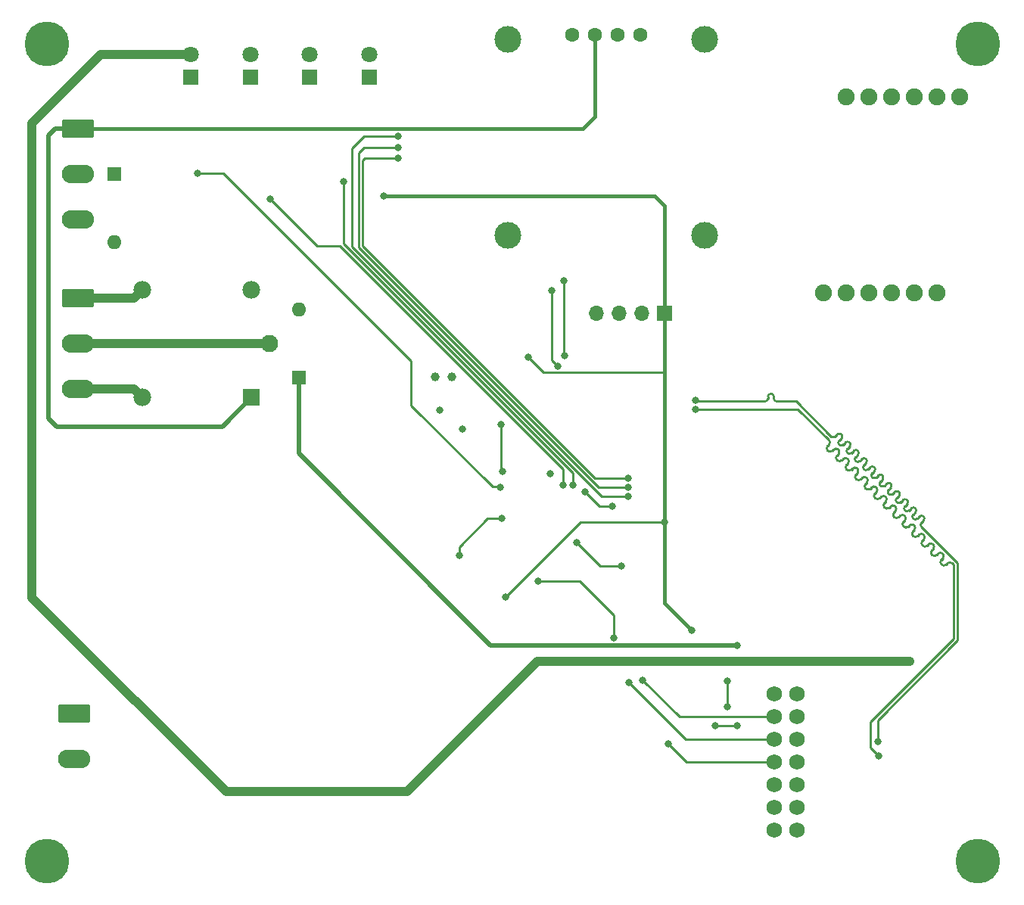
<source format=gbr>
%TF.GenerationSoftware,KiCad,Pcbnew,7.0.6*%
%TF.CreationDate,2023-08-10T11:03:40+03:00*%
%TF.ProjectId,2023-staj-projesi,32303233-2d73-4746-916a-2d70726f6a65,1.0*%
%TF.SameCoordinates,Original*%
%TF.FileFunction,Copper,L2,Bot*%
%TF.FilePolarity,Positive*%
%FSLAX46Y46*%
G04 Gerber Fmt 4.6, Leading zero omitted, Abs format (unit mm)*
G04 Created by KiCad (PCBNEW 7.0.6) date 2023-08-10 11:03:40*
%MOMM*%
%LPD*%
G01*
G04 APERTURE LIST*
G04 Aperture macros list*
%AMRoundRect*
0 Rectangle with rounded corners*
0 $1 Rounding radius*
0 $2 $3 $4 $5 $6 $7 $8 $9 X,Y pos of 4 corners*
0 Add a 4 corners polygon primitive as box body*
4,1,4,$2,$3,$4,$5,$6,$7,$8,$9,$2,$3,0*
0 Add four circle primitives for the rounded corners*
1,1,$1+$1,$2,$3*
1,1,$1+$1,$4,$5*
1,1,$1+$1,$6,$7*
1,1,$1+$1,$8,$9*
0 Add four rect primitives between the rounded corners*
20,1,$1+$1,$2,$3,$4,$5,0*
20,1,$1+$1,$4,$5,$6,$7,0*
20,1,$1+$1,$6,$7,$8,$9,0*
20,1,$1+$1,$8,$9,$2,$3,0*%
G04 Aperture macros list end*
%TA.AperFunction,ComponentPad*%
%ADD10R,1.700000X1.700000*%
%TD*%
%TA.AperFunction,ComponentPad*%
%ADD11O,1.700000X1.700000*%
%TD*%
%TA.AperFunction,ComponentPad*%
%ADD12R,1.800000X1.800000*%
%TD*%
%TA.AperFunction,ComponentPad*%
%ADD13C,1.800000*%
%TD*%
%TA.AperFunction,ComponentPad*%
%ADD14C,5.000000*%
%TD*%
%TA.AperFunction,ComponentPad*%
%ADD15R,1.600000X1.600000*%
%TD*%
%TA.AperFunction,ComponentPad*%
%ADD16O,1.600000X1.600000*%
%TD*%
%TA.AperFunction,ComponentPad*%
%ADD17C,1.752600*%
%TD*%
%TA.AperFunction,ComponentPad*%
%ADD18R,1.980000X1.980000*%
%TD*%
%TA.AperFunction,ComponentPad*%
%ADD19C,1.980000*%
%TD*%
%TA.AperFunction,ComponentPad*%
%ADD20C,1.935000*%
%TD*%
%TA.AperFunction,ComponentPad*%
%ADD21C,1.900000*%
%TD*%
%TA.AperFunction,ComponentPad*%
%ADD22RoundRect,0.249999X-1.550001X0.790001X-1.550001X-0.790001X1.550001X-0.790001X1.550001X0.790001X0*%
%TD*%
%TA.AperFunction,ComponentPad*%
%ADD23O,3.600000X2.080000*%
%TD*%
%TA.AperFunction,WasherPad*%
%ADD24C,3.000000*%
%TD*%
%TA.AperFunction,ComponentPad*%
%ADD25C,1.600000*%
%TD*%
%TA.AperFunction,ComponentPad*%
%ADD26C,1.000000*%
%TD*%
%TA.AperFunction,ViaPad*%
%ADD27C,0.800000*%
%TD*%
%TA.AperFunction,Conductor*%
%ADD28C,0.250000*%
%TD*%
%TA.AperFunction,Conductor*%
%ADD29C,0.500000*%
%TD*%
%TA.AperFunction,Conductor*%
%ADD30C,0.400000*%
%TD*%
%TA.AperFunction,Conductor*%
%ADD31C,1.000000*%
%TD*%
G04 APERTURE END LIST*
D10*
%TO.P,J4,1,Pin_1*%
%TO.N,+3V3*%
X136400000Y-74600000D03*
D11*
%TO.P,J4,2,Pin_2*%
%TO.N,GND*%
X133860000Y-74600000D03*
%TO.P,J4,3,Pin_3*%
%TO.N,/MCU/SWDIO*%
X131320000Y-74600000D03*
%TO.P,J4,4,Pin_4*%
%TO.N,/MCU/SWCLK*%
X128780000Y-74600000D03*
%TD*%
D12*
%TO.P,D3,1,K*%
%TO.N,Net-(D3-K)*%
X83400000Y-48200000D03*
D13*
%TO.P,D3,2,A*%
%TO.N,/Power/+12V*%
X83400000Y-45660000D03*
%TD*%
D14*
%TO.P,H3,1*%
%TO.N,N/C*%
X171450000Y-135890000D03*
%TD*%
%TO.P,H2,1*%
%TO.N,N/C*%
X67310000Y-135890000D03*
%TD*%
D12*
%TO.P,D8,1,K*%
%TO.N,Net-(D8-K)*%
X96733332Y-48200000D03*
D13*
%TO.P,D8,2,A*%
%TO.N,/MCU/LED_DEACT*%
X96733332Y-45660000D03*
%TD*%
D14*
%TO.P,H4,1*%
%TO.N,N/C*%
X171450000Y-44450000D03*
%TD*%
D15*
%TO.P,D11,1,K*%
%TO.N,+5V*%
X95500000Y-81810000D03*
D16*
%TO.P,D11,2,A*%
%TO.N,Net-(D11-A)*%
X95500000Y-74190000D03*
%TD*%
D17*
%TO.P,J6,1,Pin_1*%
%TO.N,+3V3*%
X148700000Y-117200000D03*
%TO.P,J6,2,Pin_2*%
%TO.N,+5V*%
X151240000Y-117200000D03*
%TO.P,J6,3,Pin_3*%
%TO.N,/MCU/PA1*%
X148700000Y-119740000D03*
%TO.P,J6,4,Pin_4*%
%TO.N,/MCU/SPI1_SCK*%
X151240000Y-119740000D03*
%TO.P,J6,5,Pin_5*%
%TO.N,/MCU/USART2_TX*%
X148700000Y-122280000D03*
%TO.P,J6,6,Pin_6*%
%TO.N,/MCU/SPI1_MISO*%
X151240000Y-122280000D03*
%TO.P,J6,7,Pin_7*%
%TO.N,/MCU/USART2_RX*%
X148700000Y-124820000D03*
%TO.P,J6,8,Pin_8*%
%TO.N,/MCU/SPI1_MOSI*%
X151240000Y-124820000D03*
%TO.P,J6,9,Pin_9*%
%TO.N,GND*%
X148700000Y-127360000D03*
%TO.P,J6,10,Pin_10*%
%TO.N,/MCU/I2C2_SDA*%
X151240000Y-127360000D03*
%TO.P,J6,11,Pin_11*%
%TO.N,/MCU/PA4*%
X148700000Y-129900000D03*
%TO.P,J6,12,Pin_12*%
%TO.N,/MCU/I2C2_SCL*%
X151240000Y-129900000D03*
%TO.P,J6,13,Pin_13*%
%TO.N,GND*%
X148700000Y-132440000D03*
%TO.P,J6,14,Pin_14*%
X151240000Y-132440000D03*
%TD*%
D12*
%TO.P,D7,1,K*%
%TO.N,Net-(D7-K)*%
X90066666Y-48200000D03*
D13*
%TO.P,D7,2,A*%
%TO.N,/MCU/LED_ACT*%
X90066666Y-45660000D03*
%TD*%
D18*
%TO.P,K1,A1*%
%TO.N,+5V*%
X90200000Y-84000000D03*
D19*
%TO.P,K1,A2*%
%TO.N,Net-(D11-A)*%
X90200000Y-72000000D03*
D20*
%TO.P,K1,COM*%
%TO.N,/RELAY/RLIN*%
X92200000Y-78000000D03*
D19*
%TO.P,K1,NC*%
%TO.N,/RELAY/RLNC*%
X78000000Y-84000000D03*
%TO.P,K1,NO*%
%TO.N,/RELAY/RLNO*%
X78000000Y-72000000D03*
%TD*%
D21*
%TO.P,U5,1,NET*%
%TO.N,unconnected-(U5-NET-Pad1)*%
X169400000Y-50400000D03*
%TO.P,U5,2,VCC*%
%TO.N,+3V8*%
X166860000Y-50400000D03*
%TO.P,U5,3,RST*%
%TO.N,unconnected-(U5-RST-Pad3)*%
X164320000Y-50400000D03*
%TO.P,U5,4,RXD*%
%TO.N,/GSM/RXD*%
X161780000Y-50400000D03*
%TO.P,U5,5,TXD*%
%TO.N,/GSM/TXD*%
X159240000Y-50400000D03*
%TO.P,U5,6,GND*%
%TO.N,GND*%
X156700000Y-50400000D03*
%TO.P,U5,7,SPK-*%
%TO.N,unconnected-(U5-SPK--Pad7)*%
X154160000Y-72270000D03*
%TO.P,U5,8,SPK+*%
%TO.N,unconnected-(U5-SPK+-Pad8)*%
X156700000Y-72270000D03*
%TO.P,U5,9,MIC-*%
%TO.N,unconnected-(U5-MIC--Pad9)*%
X159240000Y-72270000D03*
%TO.P,U5,10,MIC+*%
%TO.N,unconnected-(U5-MIC+-Pad10)*%
X161780000Y-72270000D03*
%TO.P,U5,11,DTR*%
%TO.N,unconnected-(U5-DTR-Pad11)*%
X164320000Y-72270000D03*
%TO.P,U5,12,RING*%
%TO.N,unconnected-(U5-RING-Pad12)*%
X166860000Y-72270000D03*
%TD*%
D15*
%TO.P,D10,1,K*%
%TO.N,/ADC/SENSOR*%
X74880000Y-59000000D03*
D16*
%TO.P,D10,2,A*%
%TO.N,GND*%
X74880000Y-66620000D03*
%TD*%
D12*
%TO.P,D9,1,K*%
%TO.N,Net-(D9-K)*%
X103400000Y-48200000D03*
D13*
%TO.P,D9,2,A*%
%TO.N,/MCU/LED_ERR*%
X103400000Y-45660000D03*
%TD*%
D22*
%TO.P,J2,1,Pin_1*%
%TO.N,+5V*%
X70777500Y-53920000D03*
D23*
%TO.P,J2,2,Pin_2*%
%TO.N,/ADC/SENSOR*%
X70777500Y-59000000D03*
%TO.P,J2,3,Pin_3*%
%TO.N,GND*%
X70777500Y-64080000D03*
%TD*%
D24*
%TO.P,Brd1,*%
%TO.N,*%
X118895000Y-43905000D03*
X118895000Y-65905000D03*
X140895000Y-43905000D03*
X140895000Y-65905000D03*
D25*
%TO.P,Brd1,1,GND*%
%TO.N,GND*%
X126085000Y-43405000D03*
%TO.P,Brd1,2,VCC*%
%TO.N,+5V*%
X128625000Y-43405000D03*
%TO.P,Brd1,3,SCL*%
%TO.N,/LCD/SCL*%
X131165000Y-43405000D03*
%TO.P,Brd1,4,SDA*%
%TO.N,/LCD/SDA*%
X133705000Y-43405000D03*
%TD*%
D26*
%TO.P,Y1,1,1*%
%TO.N,/MCU/RCC_OSC32_OUT*%
X110750000Y-81700000D03*
%TO.P,Y1,2,2*%
%TO.N,/MCU/RCC_OSC32_IN*%
X112650000Y-81700000D03*
%TD*%
D22*
%TO.P,J3,1,Pin_1*%
%TO.N,/RELAY/RLNO*%
X70777500Y-72920000D03*
D23*
%TO.P,J3,2,Pin_2*%
%TO.N,/RELAY/RLIN*%
X70777500Y-78000000D03*
%TO.P,J3,3,Pin_3*%
%TO.N,/RELAY/RLNC*%
X70777500Y-83080000D03*
%TD*%
D14*
%TO.P,H1,1*%
%TO.N,N/C*%
X67310000Y-44450000D03*
%TD*%
D22*
%TO.P,J1,1,Pin_1*%
%TO.N,GND*%
X70358000Y-119380000D03*
D23*
%TO.P,J1,2,Pin_2*%
%TO.N,/Power/VCC*%
X70358000Y-124460000D03*
%TD*%
D27*
%TO.N,GND*%
X127490000Y-94540000D03*
X123600000Y-92560000D03*
X113470000Y-101680000D03*
X113830000Y-87560000D03*
X130580000Y-96220000D03*
X111310000Y-85400000D03*
X118200000Y-97560000D03*
X144510000Y-120750000D03*
X142050000Y-120750000D03*
%TO.N,+5V*%
X144550000Y-111740000D03*
%TO.N,/LCD/SCL*%
X125170000Y-70950000D03*
X125210000Y-79310000D03*
%TO.N,/LCD/SDA*%
X123820000Y-72010000D03*
X124440000Y-80480000D03*
%TO.N,/Power/+12V*%
X163830000Y-113530000D03*
X107620000Y-128120000D03*
X163830000Y-113530000D03*
X107620000Y-128120000D03*
%TO.N,+3V3*%
X121170000Y-79540000D03*
X139480000Y-110060000D03*
X139480000Y-110060000D03*
X105000000Y-61450000D03*
X118660000Y-106310000D03*
X136400000Y-97940000D03*
X105000000Y-61450000D03*
%TO.N,/MCU/NRST*%
X118310000Y-92274500D03*
X118130000Y-87060000D03*
%TO.N,/MCU/BTN_ACT*%
X92320000Y-61840000D03*
X125060000Y-93790000D03*
%TO.N,/MCU/BTN_DEACT*%
X126140000Y-93790000D03*
X100500000Y-59890000D03*
%TO.N,/MCU/LED_ACT*%
X106640000Y-57240000D03*
X132350747Y-93050555D03*
%TO.N,/MCU/LED_DEACT*%
X106640000Y-56060000D03*
X132340000Y-94050000D03*
%TO.N,/MCU/LED_ERR*%
X106640000Y-54820000D03*
X132317545Y-95049250D03*
%TO.N,/MCU/USB_D-*%
X139890000Y-85310000D03*
X160380000Y-124110000D03*
%TO.N,/MCU/USB_D+*%
X160270000Y-122500000D03*
X139890000Y-84310497D03*
%TO.N,/ADC/ADC*%
X118070000Y-94080000D03*
X84150000Y-58910000D03*
%TO.N,/MCU/PA1*%
X133980000Y-115650000D03*
%TO.N,/MCU/USART2_TX*%
X130726558Y-110890500D03*
X132420000Y-115930000D03*
X122320000Y-104595500D03*
%TO.N,/MCU/USART2_RX*%
X136820000Y-122770000D03*
%TO.N,/MCU/PA4*%
X143420000Y-118590000D03*
X143460000Y-115720000D03*
%TO.N,/MCU/I2C2_SCL*%
X131570000Y-102840000D03*
X126625500Y-100220000D03*
%TD*%
D28*
%TO.N,GND*%
X116630000Y-97560000D02*
X118200000Y-97560000D01*
X113470000Y-100720000D02*
X116630000Y-97560000D01*
X127490000Y-94540000D02*
X129170000Y-96220000D01*
X129170000Y-96220000D02*
X130580000Y-96220000D01*
X142050000Y-120750000D02*
X144510000Y-120750000D01*
X113470000Y-101680000D02*
X113470000Y-100720000D01*
D29*
%TO.N,+5V*%
X116950000Y-111740000D02*
X144550000Y-111740000D01*
X86950000Y-87250000D02*
X68450000Y-87250000D01*
X95500000Y-90290000D02*
X115030000Y-109820000D01*
D30*
X127300000Y-53920000D02*
X70777500Y-53920000D01*
D29*
X95500000Y-81810000D02*
X95500000Y-90290000D01*
D30*
X128625000Y-43405000D02*
X128625000Y-52595000D01*
D29*
X67520000Y-54690000D02*
X68290000Y-53920000D01*
X67520000Y-86320000D02*
X67520000Y-54690000D01*
X68450000Y-87250000D02*
X67520000Y-86320000D01*
D30*
X127300000Y-53920000D02*
X70777500Y-53920000D01*
D29*
X68290000Y-53920000D02*
X70777500Y-53920000D01*
D30*
X128625000Y-52595000D02*
X127300000Y-53920000D01*
X128625000Y-52595000D02*
X127300000Y-53920000D01*
X128625000Y-43405000D02*
X128625000Y-52595000D01*
D29*
X115030000Y-109820000D02*
X116950000Y-111740000D01*
X90200000Y-84000000D02*
X86950000Y-87250000D01*
D28*
%TO.N,/LCD/SCL*%
X125170000Y-70950000D02*
X125170000Y-79270000D01*
X125170000Y-79270000D02*
X125210000Y-79310000D01*
%TO.N,/LCD/SDA*%
X123820000Y-72010000D02*
X123820000Y-79860000D01*
X123820000Y-79860000D02*
X124440000Y-80480000D01*
D31*
%TO.N,/Power/+12V*%
X107620000Y-128120000D02*
X87400000Y-128120000D01*
X73340000Y-45660000D02*
X83400000Y-45660000D01*
X65620000Y-106430000D02*
X65620000Y-53380000D01*
X87400000Y-128120000D02*
X77220000Y-117940000D01*
X65620000Y-53380000D02*
X73340000Y-45660000D01*
X77220000Y-117940000D02*
X77130000Y-117940000D01*
X77130000Y-117940000D02*
X65620000Y-106430000D01*
X122210000Y-113530000D02*
X163830000Y-113530000D01*
X107620000Y-128120000D02*
X122210000Y-113530000D01*
X122210000Y-113530000D02*
X163830000Y-113530000D01*
X107620000Y-128120000D02*
X122210000Y-113530000D01*
D28*
%TO.N,+3V3*%
X121170000Y-79540000D02*
X122835000Y-81205000D01*
X127030000Y-97940000D02*
X136400000Y-97940000D01*
D30*
X105010000Y-61460000D02*
X105000000Y-61450000D01*
X136400000Y-97940000D02*
X136400000Y-74600000D01*
X136400000Y-62540000D02*
X135320000Y-61460000D01*
X139480000Y-110060000D02*
X136400000Y-106980000D01*
X135320000Y-61460000D02*
X105010000Y-61460000D01*
X136400000Y-106980000D02*
X136400000Y-74600000D01*
X136400000Y-62540000D02*
X135320000Y-61460000D01*
X136400000Y-106980000D02*
X136400000Y-97940000D01*
D28*
X122835000Y-81205000D02*
X136400000Y-81205000D01*
D30*
X136400000Y-74600000D02*
X136400000Y-62540000D01*
D28*
X136400000Y-81205000D02*
X136400000Y-74600000D01*
D30*
X136400000Y-74600000D02*
X136400000Y-62540000D01*
X105010000Y-61460000D02*
X105000000Y-61450000D01*
X135320000Y-61460000D02*
X105010000Y-61460000D01*
D28*
X118660000Y-106310000D02*
X127030000Y-97940000D01*
D30*
X139480000Y-110060000D02*
X136400000Y-106980000D01*
D28*
%TO.N,/MCU/NRST*%
X118130000Y-92094500D02*
X118310000Y-92274500D01*
X118130000Y-87060000D02*
X118130000Y-92094500D01*
%TO.N,/MCU/BTN_ACT*%
X97550000Y-67070000D02*
X100123604Y-67070000D01*
X100123604Y-67070000D02*
X125060000Y-92006396D01*
X92320000Y-61840000D02*
X97550000Y-67070000D01*
X125060000Y-92006396D02*
X125060000Y-93790000D01*
%TO.N,/MCU/BTN_DEACT*%
X126140000Y-92450000D02*
X126140000Y-93790000D01*
X100500000Y-59890000D02*
X100500000Y-66810000D01*
X100500000Y-66810000D02*
X126140000Y-92450000D01*
%TO.N,/MCU/LED_ACT*%
X102654500Y-57514500D02*
X102654500Y-67055312D01*
X102654500Y-67055312D02*
X128649743Y-93050555D01*
X102929000Y-57240000D02*
X102654500Y-57514500D01*
X128649743Y-93050555D02*
X132350747Y-93050555D01*
X106640000Y-57240000D02*
X102929000Y-57240000D01*
%TO.N,/MCU/LED_DEACT*%
X102800000Y-56060000D02*
X102204500Y-56655500D01*
X106640000Y-56060000D02*
X102800000Y-56060000D01*
X102204500Y-56655500D02*
X102204500Y-67241708D01*
X129012792Y-94050000D02*
X132340000Y-94050000D01*
X102204500Y-67241708D02*
X129012792Y-94050000D01*
%TO.N,/MCU/LED_ERR*%
X102800000Y-54820000D02*
X101480000Y-56140000D01*
X101480000Y-56140000D02*
X101480000Y-67153604D01*
X129375646Y-95049250D02*
X132317545Y-95049250D01*
X101480000Y-67153604D02*
X129375646Y-95049250D01*
X106640000Y-54820000D02*
X102800000Y-54820000D01*
D31*
%TO.N,/RELAY/RLNO*%
X70777500Y-72920000D02*
X77080000Y-72920000D01*
X77080000Y-72920000D02*
X78000000Y-72000000D01*
%TO.N,/RELAY/RLIN*%
X70777500Y-78000000D02*
X92200000Y-78000000D01*
%TO.N,/RELAY/RLNC*%
X77080000Y-83080000D02*
X78000000Y-84000000D01*
X70777500Y-83080000D02*
X77080000Y-83080000D01*
D28*
%TO.N,/MCU/USB_D-*%
X155867461Y-90364189D02*
X155867462Y-90364188D01*
X154806801Y-89303529D02*
X154806802Y-89303528D01*
X151343604Y-85310000D02*
X154806802Y-88773198D01*
X166474062Y-100970788D02*
X166332165Y-101112684D01*
X163680563Y-98460986D02*
X163680562Y-98460987D01*
X166862496Y-101643013D02*
X166862495Y-101643014D01*
X160110102Y-94606828D02*
X159968235Y-94748694D01*
X157988782Y-92485508D02*
X157846932Y-92627357D01*
X165801865Y-100582324D02*
X165943731Y-100440457D01*
X156928122Y-91424848D02*
X156786255Y-91566714D01*
X156928121Y-91424849D02*
X156928122Y-91424848D01*
X156928121Y-90894517D02*
X156928122Y-90894518D01*
X163292081Y-97258477D02*
X163292082Y-97258478D01*
X167534721Y-102031449D02*
X167534722Y-102031448D01*
X161559195Y-96339714D02*
X161701091Y-96197817D01*
X164741254Y-99521615D02*
X164741253Y-99521616D01*
X162619886Y-97400343D02*
X162619885Y-97400344D01*
X158377263Y-93157686D02*
X158377262Y-93157687D01*
X162231422Y-96728148D02*
X162089555Y-96870014D01*
X164741253Y-99521616D02*
X164883071Y-99379797D01*
X164352741Y-98319137D02*
X164352742Y-98319138D01*
X159437953Y-94218316D02*
X159579771Y-94076497D01*
X157316586Y-92097043D02*
X157316585Y-92097044D01*
X163292081Y-97788809D02*
X163292082Y-97788808D01*
X162619885Y-97400344D02*
X162761751Y-97258477D01*
X155195274Y-89975715D02*
X155337131Y-89833857D01*
X165413401Y-99910129D02*
X165413402Y-99910128D01*
X160110101Y-94076497D02*
X160110102Y-94076498D01*
X167534722Y-102031448D02*
X167392855Y-102173314D01*
X167534721Y-101501117D02*
X167534722Y-101501118D01*
X156255895Y-91036414D02*
X156397791Y-90894517D01*
X157316585Y-92097044D02*
X157458451Y-91955177D01*
X159049441Y-93015837D02*
X159049442Y-93015838D01*
X168595382Y-102561778D02*
X168760000Y-102726396D01*
X161170762Y-95667488D02*
X161028865Y-95809384D01*
X165413402Y-99910128D02*
X165271535Y-100051994D01*
X165801866Y-100582323D02*
X165801865Y-100582324D01*
X161559196Y-96339713D02*
X161559195Y-96339714D01*
X165413401Y-99379797D02*
X165413402Y-99379798D01*
X160498565Y-95279024D02*
X160640431Y-95137157D01*
X158377262Y-93157687D02*
X158519111Y-93015837D01*
X155867462Y-90364188D02*
X155725565Y-90506084D01*
X164352742Y-98849468D02*
X164210923Y-98991286D01*
X156255896Y-91036413D02*
X156255895Y-91036414D01*
X159437954Y-94218315D02*
X159437953Y-94218316D01*
X161170761Y-95667489D02*
X161170762Y-95667488D01*
X159049442Y-93546168D02*
X158907623Y-93687986D01*
X163292082Y-97788808D02*
X163150232Y-97930657D01*
X160498566Y-95279023D02*
X160498565Y-95279024D01*
X154806802Y-89303528D02*
X154664944Y-89445385D01*
X155867461Y-89833857D02*
X155867462Y-89833858D01*
X139890000Y-85310000D02*
X151343604Y-85310000D01*
X161170761Y-95137157D02*
X161170762Y-95137158D01*
X167923185Y-102703644D02*
X168065051Y-102561777D01*
X157988781Y-92485509D02*
X157988782Y-92485508D01*
X159440000Y-123170000D02*
X160380000Y-124110000D01*
X166474061Y-100970789D02*
X166474062Y-100970788D01*
X155195275Y-89975714D02*
X155195274Y-89975715D01*
X168760000Y-111023604D02*
X159440000Y-120343604D01*
X164352741Y-98849469D02*
X164352742Y-98849468D01*
X159440000Y-120343604D02*
X159440000Y-123170000D01*
X162231421Y-96728149D02*
X162231422Y-96728148D01*
X160110101Y-94606829D02*
X160110102Y-94606828D01*
X166474061Y-100440457D02*
X166474062Y-100440458D01*
X166862495Y-101643014D02*
X167004391Y-101501117D01*
X162231421Y-96197817D02*
X162231422Y-96197818D01*
X168760000Y-102726396D02*
X168760000Y-111023604D01*
X168595381Y-102561777D02*
X168595382Y-102561778D01*
X159049441Y-93546169D02*
X159049442Y-93546168D01*
X157988781Y-91955177D02*
X157988782Y-91955178D01*
X167923186Y-102703643D02*
X167923185Y-102703644D01*
X163680562Y-98460987D02*
X163822411Y-98319137D01*
X163292080Y-97258478D02*
G75*
G03*
X162761752Y-97258478I-265164J-265164D01*
G01*
X163150210Y-97930635D02*
G75*
G03*
X163150232Y-98460987I265190J-265165D01*
G01*
X158907673Y-93688036D02*
G75*
G03*
X158907624Y-94218315I265127J-265164D01*
G01*
X155867460Y-89833858D02*
G75*
G03*
X155337132Y-89833858I-265164J-265164D01*
G01*
X157846910Y-92627335D02*
G75*
G03*
X157846932Y-93157687I265190J-265165D01*
G01*
X167534738Y-102031466D02*
G75*
G03*
X167534722Y-101501118I-265138J265166D01*
G01*
X162231420Y-96197818D02*
G75*
G03*
X161701092Y-96197818I-265164J-265164D01*
G01*
X166474060Y-100440458D02*
G75*
G03*
X165943732Y-100440458I-265164J-265164D01*
G01*
X165271577Y-100052036D02*
G75*
G03*
X165271536Y-100582323I265123J-265164D01*
G01*
X156786235Y-92097064D02*
G75*
G03*
X157316586Y-92097043I265165J265164D01*
G01*
X165413438Y-99910166D02*
G75*
G03*
X165413402Y-99379798I-265238J265166D01*
G01*
X165271536Y-100582323D02*
G75*
G03*
X165801865Y-100582322I265164J265123D01*
G01*
X162231438Y-96728166D02*
G75*
G03*
X162231422Y-96197818I-265138J265166D01*
G01*
X161028816Y-95809335D02*
G75*
G03*
X161028865Y-96339714I265184J-265165D01*
G01*
X159049440Y-93015838D02*
G75*
G03*
X158519112Y-93015838I-265164J-265164D01*
G01*
X158907636Y-94218303D02*
G75*
G03*
X159437953Y-94218314I265164J265103D01*
G01*
X161170738Y-95667466D02*
G75*
G03*
X161170762Y-95137158I-265138J265166D01*
G01*
X160110100Y-94076498D02*
G75*
G03*
X159579772Y-94076498I-265164J-265164D01*
G01*
X159968236Y-95279023D02*
G75*
G03*
X160498565Y-95279022I265164J265123D01*
G01*
X163292038Y-97788766D02*
G75*
G03*
X163292082Y-97258478I-265138J265166D01*
G01*
X164352738Y-98849466D02*
G75*
G03*
X164352742Y-98319138I-265138J265166D01*
G01*
X160110138Y-94606866D02*
G75*
G03*
X160110102Y-94076498I-265238J265166D01*
G01*
X155867438Y-90364166D02*
G75*
G03*
X155867462Y-89833858I-265138J265166D01*
G01*
X156928138Y-91424866D02*
G75*
G03*
X156928122Y-90894518I-265138J265166D01*
G01*
X159968277Y-94748736D02*
G75*
G03*
X159968236Y-95279023I265123J-265164D01*
G01*
X168595380Y-102561778D02*
G75*
G03*
X168065052Y-102561778I-265164J-265164D01*
G01*
X166332136Y-101643043D02*
G75*
G03*
X166862495Y-101643012I265164J265243D01*
G01*
X167392877Y-102173336D02*
G75*
G03*
X167392856Y-102703643I265123J-265164D01*
G01*
X156786277Y-91566736D02*
G75*
G03*
X156786256Y-92097043I265123J-265164D01*
G01*
X161170760Y-95137158D02*
G75*
G03*
X160640432Y-95137158I-265164J-265164D01*
G01*
X164210973Y-98991336D02*
G75*
G03*
X164210924Y-99521615I265127J-265164D01*
G01*
X157988780Y-91955178D02*
G75*
G03*
X157458452Y-91955178I-265164J-265164D01*
G01*
X164352740Y-98319138D02*
G75*
G03*
X163822412Y-98319138I-265164J-265164D01*
G01*
X163150235Y-98460984D02*
G75*
G03*
X163680563Y-98460986I265165J265184D01*
G01*
X156928120Y-90894518D02*
G75*
G03*
X156397792Y-90894518I-265164J-265164D01*
G01*
X165413400Y-99379798D02*
G75*
G03*
X164883072Y-99379798I-265164J-265164D01*
G01*
X154806838Y-89303566D02*
G75*
G03*
X154806802Y-88773198I-265238J265166D01*
G01*
X155725516Y-90506035D02*
G75*
G03*
X155725565Y-91036414I265184J-265165D01*
G01*
X155725536Y-91036443D02*
G75*
G03*
X156255895Y-91036412I265164J265243D01*
G01*
X157988738Y-92485466D02*
G75*
G03*
X157988782Y-91955178I-265138J265166D01*
G01*
X154664994Y-89445435D02*
G75*
G03*
X154664944Y-89975715I265106J-265165D01*
G01*
X161028836Y-96339743D02*
G75*
G03*
X161559195Y-96339712I265164J265243D01*
G01*
X157846935Y-93157684D02*
G75*
G03*
X158377263Y-93157686I265165J265184D01*
G01*
X167392835Y-102703664D02*
G75*
G03*
X167923186Y-102703643I265165J265164D01*
G01*
X162089535Y-97400364D02*
G75*
G03*
X162619886Y-97400343I265165J265164D01*
G01*
X154664936Y-89975723D02*
G75*
G03*
X155195274Y-89975713I265164J265123D01*
G01*
X164210936Y-99521603D02*
G75*
G03*
X164741253Y-99521614I265164J265103D01*
G01*
X166332116Y-101112635D02*
G75*
G03*
X166332165Y-101643014I265184J-265165D01*
G01*
X167534720Y-101501118D02*
G75*
G03*
X167004392Y-101501118I-265164J-265164D01*
G01*
X166474038Y-100970766D02*
G75*
G03*
X166474062Y-100440458I-265138J265166D01*
G01*
X162089577Y-96870036D02*
G75*
G03*
X162089556Y-97400343I265123J-265164D01*
G01*
X159049438Y-93546166D02*
G75*
G03*
X159049442Y-93015838I-265138J265166D01*
G01*
%TO.N,/MCU/USB_D+*%
X139890000Y-84310497D02*
X140029503Y-84450000D01*
X164696999Y-97567379D02*
X164697000Y-97567381D01*
X165156619Y-98486618D02*
X165110000Y-98440000D01*
X165397626Y-97326372D02*
X165397627Y-97326372D01*
X147995000Y-84125000D02*
X147995000Y-83907982D01*
X161720693Y-93649399D02*
X161720694Y-93649400D01*
X163559154Y-95947511D02*
X163559154Y-95947510D01*
X157124520Y-89512812D02*
X156883476Y-89753857D01*
X158262333Y-91132713D02*
X158262334Y-91132715D01*
X159882234Y-92270527D02*
X159882234Y-92270526D01*
X158262334Y-91132715D02*
X158503339Y-90891707D01*
X164237381Y-97567380D02*
X164237380Y-97567380D01*
X149378644Y-84450000D02*
X151120000Y-84450000D01*
X156883477Y-90213476D02*
X156883476Y-90213476D01*
X162858523Y-95728903D02*
X162858524Y-95728905D01*
X161720693Y-94109019D02*
X161720695Y-94109020D01*
X164478424Y-96407098D02*
X164478425Y-96407098D01*
X160270000Y-120150000D02*
X160270000Y-122500000D01*
X169210000Y-111210000D02*
X160270000Y-120150000D01*
X158962960Y-91351327D02*
X158721952Y-91592332D01*
X164697000Y-97567381D02*
X164938007Y-97326371D01*
X157802715Y-91132714D02*
X157802714Y-91132714D01*
X158043722Y-89972468D02*
X158043723Y-89972468D01*
X163559154Y-95947510D02*
X163318142Y-96188523D01*
X161020047Y-93890427D02*
X161020048Y-93890429D01*
X161939286Y-94809667D02*
X162180293Y-94568657D01*
X157343096Y-90213477D02*
X157584103Y-89972467D01*
X159882234Y-91810908D02*
X159882235Y-91810908D01*
X169210000Y-102540000D02*
X169210000Y-111210000D01*
X159641191Y-92971190D02*
X159641190Y-92971190D01*
X155504619Y-88374999D02*
X155504620Y-88375001D01*
X161939285Y-94809665D02*
X161939286Y-94809667D01*
X163777761Y-96648141D02*
X163777762Y-96648143D01*
X156205251Y-88133987D02*
X156205251Y-88133988D01*
X156205250Y-88593607D02*
X156205250Y-88593606D01*
X162398905Y-95728904D02*
X162398904Y-95728904D01*
X163559155Y-95487891D02*
X163559155Y-95487892D01*
X165110000Y-98440000D02*
X169210000Y-102540000D01*
X162639912Y-94568658D02*
X162639913Y-94568658D01*
X156205250Y-88593606D02*
X155964238Y-88834619D01*
X140029503Y-84450000D02*
X147670000Y-84450000D01*
X163318142Y-96648143D02*
X163318142Y-96648142D01*
X157124520Y-89512813D02*
X157124520Y-89512812D01*
X160100809Y-92971189D02*
X160100810Y-92971191D01*
X160100810Y-92971191D02*
X160341821Y-92730177D01*
X157124520Y-89053194D02*
X157124521Y-89053194D01*
X160801440Y-93189796D02*
X160560428Y-93430809D01*
X157343095Y-90213475D02*
X157343096Y-90213477D01*
X158962958Y-91351326D02*
X158962960Y-91351327D01*
X162639912Y-95028277D02*
X162639912Y-95028276D01*
X161479665Y-94809665D02*
X161479666Y-94809666D01*
X155504620Y-88375001D02*
X155745631Y-88133987D01*
X158721951Y-92051951D02*
X158721952Y-92051952D01*
X156423858Y-89294239D02*
X156664901Y-89053193D01*
X159882234Y-92270526D02*
X159641190Y-92511571D01*
X151120000Y-84450000D02*
X155045000Y-88375000D01*
X164478424Y-96866716D02*
X164237380Y-97107761D01*
X163777762Y-96648143D02*
X164018805Y-96407097D01*
X160801440Y-93189797D02*
X160801440Y-93189796D01*
X158043722Y-90432087D02*
X158043722Y-90432086D01*
X156423857Y-89294237D02*
X156423858Y-89294239D01*
X165301460Y-97882156D02*
X165156618Y-98026999D01*
X160560428Y-93890429D02*
X160560428Y-93890428D01*
X159181571Y-92051951D02*
X159181572Y-92051953D01*
X161020048Y-93890429D02*
X161261074Y-93649400D01*
X148970000Y-84450000D02*
X149378644Y-84450000D01*
X158962958Y-90891706D02*
X158962959Y-90891707D01*
X164478424Y-96866717D02*
X164478424Y-96866716D01*
X160801441Y-92730177D02*
X160801441Y-92730178D01*
X165397626Y-97785991D02*
X165301460Y-97882156D01*
X155964238Y-89294239D02*
X155964238Y-89294238D01*
X158043722Y-90432086D02*
X157802714Y-90673095D01*
X159181572Y-92051953D02*
X159422615Y-91810907D01*
X161720695Y-94109020D02*
X161479666Y-94350046D01*
X162858524Y-95728905D02*
X163099535Y-95487891D01*
X162639912Y-95028276D02*
X162398904Y-95269285D01*
X148645000Y-83907982D02*
X148645000Y-84125000D01*
X165397609Y-97326389D02*
G75*
G03*
X164938008Y-97326372I-229809J-229811D01*
G01*
X161479710Y-94350090D02*
G75*
G03*
X161479665Y-94809665I229790J-229810D01*
G01*
X164237410Y-97107791D02*
G75*
G03*
X164237381Y-97567380I229790J-229809D01*
G01*
X157802692Y-91132736D02*
G75*
G03*
X158262332Y-91132712I229808J229836D01*
G01*
X158962942Y-91351310D02*
G75*
G03*
X158962959Y-90891707I-229842J229810D01*
G01*
X158962908Y-90891756D02*
G75*
G03*
X158503340Y-90891708I-229808J-229744D01*
G01*
X165156610Y-98026991D02*
G75*
G03*
X165156619Y-98486618I229790J-229809D01*
G01*
X158043710Y-89972480D02*
G75*
G03*
X157584103Y-89972467I-229810J-229820D01*
G01*
X163559152Y-95947509D02*
G75*
G03*
X163559154Y-95487893I-229852J229809D01*
G01*
X163318109Y-96188491D02*
G75*
G03*
X163318142Y-96648143I229891J-229809D01*
G01*
X158721992Y-92051912D02*
G75*
G03*
X159181570Y-92051950I229808J229812D01*
G01*
X162398910Y-95269291D02*
G75*
G03*
X162398905Y-95728904I229790J-229809D01*
G01*
X156205251Y-88133987D02*
G75*
G03*
X155745631Y-88133987I-229810J-229811D01*
G01*
X147670000Y-84450000D02*
G75*
G03*
X147995000Y-84125000I0J325000D01*
G01*
X159882217Y-92270510D02*
G75*
G03*
X159882235Y-91810908I-229817J229810D01*
G01*
X161720684Y-94109010D02*
G75*
G03*
X161720694Y-93649400I-229784J229810D01*
G01*
X160560410Y-93430791D02*
G75*
G03*
X160560429Y-93890428I229790J-229809D01*
G01*
X164478417Y-96866710D02*
G75*
G03*
X164478425Y-96407098I-229817J229810D01*
G01*
X157124510Y-89053204D02*
G75*
G03*
X156664901Y-89053193I-229810J-229796D01*
G01*
X148645018Y-83907982D02*
G75*
G03*
X148320000Y-83582982I-325018J-18D01*
G01*
X162639910Y-94568660D02*
G75*
G03*
X162180293Y-94568657I-229810J-229840D01*
G01*
X156205252Y-88593609D02*
G75*
G03*
X156205250Y-88133989I-229852J229809D01*
G01*
X165397645Y-97786010D02*
G75*
G03*
X165397627Y-97326372I-229845J229810D01*
G01*
X159882209Y-91810933D02*
G75*
G03*
X159422616Y-91810908I-229809J-229767D01*
G01*
X160560391Y-93890465D02*
G75*
G03*
X161020047Y-93890427I229809J229865D01*
G01*
X157124517Y-89512810D02*
G75*
G03*
X157124521Y-89053194I-229817J229810D01*
G01*
X155964210Y-88834591D02*
G75*
G03*
X155964239Y-89294238I229790J-229809D01*
G01*
X162639945Y-95028310D02*
G75*
G03*
X162639913Y-94568658I-229845J229810D01*
G01*
X162398891Y-95728917D02*
G75*
G03*
X162858523Y-95728903I229809J229817D01*
G01*
X163318191Y-96648093D02*
G75*
G03*
X163777761Y-96648141I229809J229793D01*
G01*
X148320000Y-83583000D02*
G75*
G03*
X147995000Y-83907982I0J-325000D01*
G01*
X157802710Y-90673091D02*
G75*
G03*
X157802715Y-91132714I229790J-229809D01*
G01*
X158043745Y-90432110D02*
G75*
G03*
X158043723Y-89972468I-229845J229810D01*
G01*
X158721911Y-91592291D02*
G75*
G03*
X158721952Y-92051950I229889J-229809D01*
G01*
X164237392Y-97567368D02*
G75*
G03*
X164696998Y-97567378I229808J229768D01*
G01*
X160801452Y-93189809D02*
G75*
G03*
X160801440Y-92730179I-229852J229809D01*
G01*
X160801441Y-92730177D02*
G75*
G03*
X160341821Y-92730177I-229810J-229811D01*
G01*
X155964192Y-89294284D02*
G75*
G03*
X156423856Y-89294236I229808J229884D01*
G01*
X155044991Y-88375009D02*
G75*
G03*
X155504619Y-88374999I229809J229809D01*
G01*
X156883510Y-89753891D02*
G75*
G03*
X156883477Y-90213476I229790J-229809D01*
G01*
X159641192Y-92971188D02*
G75*
G03*
X160100808Y-92971188I229808J229788D01*
G01*
X163559155Y-95487891D02*
G75*
G03*
X163099535Y-95487891I-229810J-229811D01*
G01*
X161720709Y-93649383D02*
G75*
G03*
X161261074Y-93649400I-229809J-229817D01*
G01*
X164478409Y-96407113D02*
G75*
G03*
X164018806Y-96407098I-229809J-229787D01*
G01*
X156883491Y-90213461D02*
G75*
G03*
X157343095Y-90213475I229809J229761D01*
G01*
X148645000Y-84125000D02*
G75*
G03*
X148970000Y-84450000I325000J0D01*
G01*
X161479692Y-94809640D02*
G75*
G03*
X161939284Y-94809664I229808J229740D01*
G01*
X159641210Y-92511591D02*
G75*
G03*
X159641191Y-92971190I229790J-229809D01*
G01*
%TO.N,/ADC/ADC*%
X108055000Y-79945000D02*
X108055000Y-84915000D01*
X108055000Y-84915000D02*
X117160000Y-94020000D01*
X84150000Y-58910000D02*
X87020000Y-58910000D01*
X87020000Y-58910000D02*
X108055000Y-79945000D01*
X117160000Y-94020000D02*
X118010000Y-94020000D01*
X118010000Y-94020000D02*
X118070000Y-94080000D01*
%TO.N,/MCU/PA1*%
X148700000Y-119740000D02*
X138070000Y-119740000D01*
X138070000Y-119740000D02*
X133980000Y-115650000D01*
%TO.N,/MCU/USART2_TX*%
X148700000Y-122280000D02*
X138770000Y-122280000D01*
X122320000Y-104595500D02*
X126905500Y-104595500D01*
X138770000Y-122280000D02*
X132420000Y-115930000D01*
X130726558Y-108416558D02*
X130726558Y-110890500D01*
X126905500Y-104595500D02*
X130726558Y-108416558D01*
%TO.N,/MCU/USART2_RX*%
X138870000Y-124820000D02*
X148700000Y-124820000D01*
X136820000Y-122770000D02*
X138870000Y-124820000D01*
%TO.N,/MCU/PA4*%
X143420000Y-115760000D02*
X143460000Y-115720000D01*
X143420000Y-118590000D02*
X143420000Y-115760000D01*
%TO.N,/MCU/I2C2_SCL*%
X129245500Y-102840000D02*
X126625500Y-100220000D01*
X131570000Y-102840000D02*
X129245500Y-102840000D01*
%TD*%
M02*

</source>
